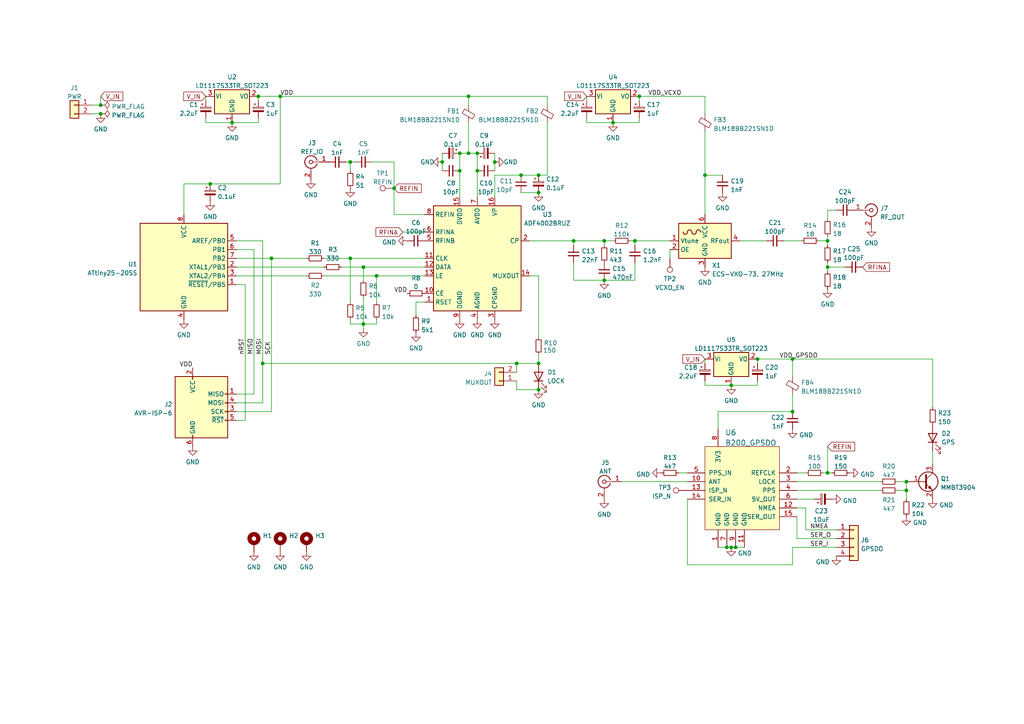
<source format=kicad_sch>
(kicad_sch (version 20211123) (generator eeschema)
  (paper "A4")
  (title_block (title "AD4002 27MHz PLL") (date "2022-04-08") (rev "1") (company "HB9EGM") (comment 1 "Compatible with USRP B200 GPSDO"))
  (lib_symbols
    (symbol "ADF4002_27MHz_PLL:B200_GPSDO" (pin_names (offset 1.016))
      (property "Reference" "U" (at 5.08 -10.16 0))
      (property "Value" "B200_GPSDO" (at 3.81 16.51 0))
      (symbol "B200_GPSDO_0_1"
        (rectangle (start -8.89 15.24) (end 12.7 -8.89) (fill (type background)))
      )
      (symbol "B200_GPSDO_1_1"
        (pin power_in line (at -5.08 -13.97 90) (length 5.08) (name "GND") (number "1"))
        (pin input line (at -13.97 5.08 0) (length 5.08) (name "ANT") (number "10"))
        (pin power_in line (at 2.54 -13.97 90) (length 5.08) (name "GND") (number "11"))
        (pin output line (at 17.78 -2.54 180) (length 5.08) (name "NMEA") (number "12"))
        (pin input line (at -13.97 2.54 0) (length 5.08) (name "ISP_N") (number "13"))
        (pin input line (at -13.97 0 0) (length 5.08) (name "SER_IN") (number "14"))
        (pin output line (at 17.78 -5.08 180) (length 5.08) (name "SER_OUT") (number "15"))
        (pin output line (at 17.78 7.62 180) (length 5.08) (name "REFCLK") (number "2"))
        (pin output line (at 17.78 5.08 180) (length 5.08) (name "LOCK") (number "3"))
        (pin output line (at 17.78 2.54 180) (length 5.08) (name "PPS") (number "4"))
        (pin input line (at -13.97 7.62 0) (length 5.08) (name "PPS_IN") (number "5"))
        (pin power_out line (at 17.78 0 180) (length 5.08) (name "5V_OUT") (number "6"))
        (pin power_in line (at -2.54 -13.97 90) (length 5.08) (name "GND") (number "7"))
        (pin power_in line (at -5.08 20.32 270) (length 5.08) (name "3V3") (number "8"))
        (pin power_in line (at 0 -13.97 90) (length 5.08) (name "GND") (number "9"))
      )
    )
    (symbol "ADF4002_27MHz_PLL:ECS-VXO-73"
      (property "Reference" "X" (at -7.62 6.35 0))
      (property "Value" "ECS-VXO-73" (at 2.54 6.35 0))
      (symbol "ECS-VXO-73_0_1"
        (rectangle (start -7.62 5.08) (end 7.62 -5.08) (stroke (width 0.254)) (fill (type background)))
        (arc (start -6.35 2.54) (mid -5.715 1.905) (end -5.08 2.54) (stroke (width 0.254)))
        (arc (start -3.81 2.54) (mid -4.445 3.175) (end -5.08 2.54) (stroke (width 0.254)))
        (arc (start -3.81 2.54) (mid -3.175 1.905) (end -2.54 2.54) (stroke (width 0.254)))
        (arc (start -1.27 2.54) (mid -1.905 3.175) (end -2.54 2.54) (stroke (width 0.254)))
      )
      (symbol "ECS-VXO-73_1_1"
        (pin input line (at -10.16 0 0) (length 2.54) (name "Vtune") (number "1"))
        (pin input line (at -10.16 -2.54 0) (length 2.54) (name "OE") (number "2"))
        (pin power_in line (at 0 -7.62 90) (length 2.54) (name "GND") (number "3"))
        (pin output line (at 10.16 0 180) (length 2.54) (name "RFout") (number "4"))
        (pin no_connect line (at 2.54 7.62 270) (length 2.54) hide (name "NC") (number "5"))
        (pin power_in line (at 0 7.62 270) (length 2.54) (name "VCC") (number "6"))
      )
    )
    (symbol "Connector:AVR-ISP-6" (pin_names (offset 1.016))
      (property "Reference" "J" (at -6.35 11.43 0))
      (property "Value" "AVR-ISP-6" (at 0 11.43 0))
      (symbol "AVR-ISP-6_0_1"
        (rectangle (start -2.667 -6.858) (end -2.413 -7.62))
        (rectangle (start -2.667 10.16) (end -2.413 9.398))
        (rectangle (start 7.62 -2.413) (end 6.858 -2.667))
        (rectangle (start 7.62 0.127) (end 6.858 -0.127))
        (rectangle (start 7.62 2.667) (end 6.858 2.413))
        (rectangle (start 7.62 5.207) (end 6.858 4.953))
        (rectangle (start 7.62 10.16) (end -7.62 -7.62) (stroke (width 0.254)) (fill (type background)))
      )
      (symbol "AVR-ISP-6_1_1"
        (pin passive line (at 10.16 5.08 180) (length 2.54) (name "MISO") (number "1"))
        (pin passive line (at -2.54 12.7 270) (length 2.54) (name "VCC") (number "2"))
        (pin passive line (at 10.16 0 180) (length 2.54) (name "SCK") (number "3"))
        (pin passive line (at 10.16 2.54 180) (length 2.54) (name "MOSI") (number "4"))
        (pin passive line (at 10.16 -2.54 180) (length 2.54) (name "~{RST}") (number "5"))
        (pin passive line (at -2.54 -10.16 90) (length 2.54) (name "GND") (number "6"))
      )
    )
    (symbol "Connector:Conn_Coaxial" (pin_names (offset 1.016) hide)
      (property "Reference" "J" (at 0.254 3.048 0))
      (property "Value" "Conn_Coaxial" (at 2.921 0 90))
      (symbol "Conn_Coaxial_0_1"
        (arc (start -1.778 -0.508) (mid 0.222 -1.808) (end 1.778 0) (stroke (width 0.254)))
        (polyline (pts (xy -2.54 0) (xy -0.508 0)))
        (polyline (pts (xy 0 -2.54) (xy 0 -1.778)))
        (circle (center 0 0) (radius 0.508) (stroke (width 0.2032)))
        (arc (start 1.778 0) (mid 0.222 1.8083) (end -1.778 0.508) (stroke (width 0.254)))
      )
      (symbol "Conn_Coaxial_1_1"
        (pin passive line (at -5.08 0 0) (length 2.54) (name "In") (number "1"))
        (pin passive line (at 0 -5.08 90) (length 2.54) (name "Ext") (number "2"))
      )
    )
    (symbol "Connector:TestPoint" (pin_numbers hide) (pin_names (offset 0.762) hide)
      (property "Reference" "TP" (at 0 6.858 0))
      (property "Value" "TestPoint" (at 0 5.08 0))
      (symbol "TestPoint_0_1"
        (circle (center 0 3.302) (radius 0.762))
      )
      (symbol "TestPoint_1_1"
        (pin passive line (at 0 0 90) (length 2.54) (name "1") (number "1"))
      )
    )
    (symbol "Connector_Generic:Conn_01x02" (pin_names (offset 1.016) hide)
      (property "Reference" "J" (at 0 2.54 0))
      (property "Value" "Conn_01x02" (at 0 -5.08 0))
      (symbol "Conn_01x02_1_1"
        (rectangle (start -1.27 -2.413) (end 0 -2.667) (stroke (width 0.1524)))
        (rectangle (start -1.27 0.127) (end 0 -0.127) (stroke (width 0.1524)))
        (rectangle (start -1.27 1.27) (end 1.27 -3.81) (stroke (width 0.254)) (fill (type background)))
        (pin passive line (at -5.08 0 0) (length 3.81) (name "Pin_1") (number "1"))
        (pin passive line (at -5.08 -2.54 0) (length 3.81) (name "Pin_2") (number "2"))
      )
    )
    (symbol "Connector_Generic:Conn_01x04" (pin_names (offset 1.016) hide)
      (property "Reference" "J" (at 0 5.08 0))
      (property "Value" "Conn_01x04" (at 0 -7.62 0))
      (symbol "Conn_01x04_1_1"
        (rectangle (start -1.27 -4.953) (end 0 -5.207) (stroke (width 0.1524)))
        (rectangle (start -1.27 -2.413) (end 0 -2.667) (stroke (width 0.1524)))
        (rectangle (start -1.27 0.127) (end 0 -0.127) (stroke (width 0.1524)))
        (rectangle (start -1.27 2.667) (end 0 2.413) (stroke (width 0.1524)))
        (rectangle (start -1.27 3.81) (end 1.27 -6.35) (stroke (width 0.254)) (fill (type background)))
        (pin passive line (at -5.08 2.54 0) (length 3.81) (name "Pin_1") (number "1"))
        (pin passive line (at -5.08 0 0) (length 3.81) (name "Pin_2") (number "2"))
        (pin passive line (at -5.08 -2.54 0) (length 3.81) (name "Pin_3") (number "3"))
        (pin passive line (at -5.08 -5.08 0) (length 3.81) (name "Pin_4") (number "4"))
      )
    )
    (symbol "Device:C_Polarized_Small" (pin_numbers hide) (pin_names (offset 0.254) hide)
      (property "Reference" "C" (at 0.254 1.778 0))
      (property "Value" "C_Polarized_Small" (at 0.254 -2.032 0))
      (symbol "C_Polarized_Small_0_1"
        (rectangle (start -1.524 -0.3048) (end 1.524 -0.6858) (fill (type outline)))
        (rectangle (start -1.524 0.6858) (end 1.524 0.3048))
        (polyline (pts (xy -1.27 1.524) (xy -0.762 1.524)))
        (polyline (pts (xy -1.016 1.27) (xy -1.016 1.778)))
      )
      (symbol "C_Polarized_Small_1_1"
        (pin passive line (at 0 2.54 270) (length 1.8542) (name "~") (number "1"))
        (pin passive line (at 0 -2.54 90) (length 1.8542) (name "~") (number "2"))
      )
    )
    (symbol "Device:C_Small" (pin_numbers hide) (pin_names (offset 0.254) hide)
      (property "Reference" "C" (at 0.254 1.778 0))
      (property "Value" "C_Small" (at 0.254 -2.032 0))
      (symbol "C_Small_0_1"
        (polyline (pts (xy -1.524 -0.508) (xy 1.524 -0.508)) (stroke (width 0.3302)))
        (polyline (pts (xy -1.524 0.508) (xy 1.524 0.508)) (stroke (width 0.3048)))
      )
      (symbol "C_Small_1_1"
        (pin passive line (at 0 2.54 270) (length 2.032) (name "~") (number "1"))
        (pin passive line (at 0 -2.54 90) (length 2.032) (name "~") (number "2"))
      )
    )
    (symbol "Device:FerriteBead_Small" (pin_numbers hide) (pin_names (offset 0))
      (property "Reference" "FB" (at 1.905 1.27 0))
      (property "Value" "FerriteBead_Small" (at 1.905 -1.27 0))
      (symbol "FerriteBead_Small_0_1"
        (polyline (pts (xy 0 -1.27) (xy 0 -0.7874)))
        (polyline (pts (xy 0 0.889) (xy 0 1.2954)))
        (polyline (pts (xy -1.8288 0.2794) (xy -1.1176 1.4986) (xy 1.8288 -0.2032) (xy 1.1176 -1.4224) (xy -1.8288 0.2794)))
      )
      (symbol "FerriteBead_Small_1_1"
        (pin passive line (at 0 2.54 270) (length 1.27) (name "~") (number "1"))
        (pin passive line (at 0 -2.54 90) (length 1.27) (name "~") (number "2"))
      )
    )
    (symbol "Device:LED" (pin_numbers hide) (pin_names (offset 1.016) hide)
      (property "Reference" "D" (at 0 2.54 0))
      (property "Value" "LED" (at 0 -2.54 0))
      (symbol "LED_0_1"
        (polyline (pts (xy -1.27 -1.27) (xy -1.27 1.27)) (stroke (width 0.254)))
        (polyline (pts (xy -1.27 0) (xy 1.27 0)))
        (polyline (pts (xy 1.27 -1.27) (xy 1.27 1.27) (xy -1.27 0) (xy 1.27 -1.27)) (stroke (width 0.254)))
        (polyline (pts (xy -3.048 -0.762) (xy -4.572 -2.286) (xy -3.81 -2.286) (xy -4.572 -2.286) (xy -4.572 -1.524)))
        (polyline (pts (xy -1.778 -0.762) (xy -3.302 -2.286) (xy -2.54 -2.286) (xy -3.302 -2.286) (xy -3.302 -1.524)))
      )
      (symbol "LED_1_1"
        (pin passive line (at -3.81 0 0) (length 2.54) (name "K") (number "1"))
        (pin passive line (at 3.81 0 180) (length 2.54) (name "A") (number "2"))
      )
    )
    (symbol "Device:R_Small" (pin_numbers hide) (pin_names (offset 0.254) hide)
      (property "Reference" "R" (at 0.762 0.508 0))
      (property "Value" "R_Small" (at 0.762 -1.016 0))
      (symbol "R_Small_0_1"
        (rectangle (start -0.762 1.778) (end 0.762 -1.778) (stroke (width 0.2032)))
      )
      (symbol "R_Small_1_1"
        (pin passive line (at 0 2.54 270) (length 0.762) (name "~") (number "1"))
        (pin passive line (at 0 -2.54 90) (length 0.762) (name "~") (number "2"))
      )
    )
    (symbol "MCU_Microchip_ATtiny:ATtiny25-20SS"
      (property "Reference" "U" (at -12.7 13.97 0))
      (property "Value" "ATtiny25-20SS" (at 2.54 -13.97 0))
      (symbol "ATtiny25-20SS_0_1"
        (rectangle (start -12.7 -12.7) (end 12.7 12.7) (stroke (width 0.254)) (fill (type background)))
      )
      (symbol "ATtiny25-20SS_1_1"
        (pin bidirectional line (at 15.24 -5.08 180) (length 2.54) (name "~{RESET}/PB5") (number "1"))
        (pin bidirectional line (at 15.24 0 180) (length 2.54) (name "XTAL1/PB3") (number "2"))
        (pin bidirectional line (at 15.24 -2.54 180) (length 2.54) (name "XTAL2/PB4") (number "3"))
        (pin power_in line (at 0 -15.24 90) (length 2.54) (name "GND") (number "4"))
        (pin bidirectional line (at 15.24 7.62 180) (length 2.54) (name "AREF/PB0") (number "5"))
        (pin bidirectional line (at 15.24 5.08 180) (length 2.54) (name "PB1") (number "6"))
        (pin bidirectional line (at 15.24 2.54 180) (length 2.54) (name "PB2") (number "7"))
        (pin power_in line (at 0 15.24 270) (length 2.54) (name "VCC") (number "8"))
      )
    )
    (symbol "Mechanical:MountingHole_Pad" (pin_numbers hide) (pin_names (offset 1.016) hide)
      (property "Reference" "H" (at 0 6.35 0))
      (property "Value" "MountingHole_Pad" (at 0 4.445 0))
      (symbol "MountingHole_Pad_0_1"
        (circle (center 0 1.27) (radius 1.27) (stroke (width 1.27)))
      )
      (symbol "MountingHole_Pad_1_1"
        (pin input line (at 0 -2.54 90) (length 2.54) (name "1") (number "1"))
      )
    )
    (symbol "Regulator_Linear:LD1117S33TR_SOT223" (pin_names (offset 0.254))
      (property "Reference" "U" (at -3.81 3.175 0))
      (property "Value" "LD1117S33TR_SOT223" (at 0 3.175 0))
      (symbol "LD1117S33TR_SOT223_0_1"
        (rectangle (start -5.08 -5.08) (end 5.08 1.905) (stroke (width 0.254)) (fill (type background)))
      )
      (symbol "LD1117S33TR_SOT223_1_1"
        (pin power_in line (at 0 -7.62 90) (length 2.54) (name "GND") (number "1"))
        (pin power_out line (at 7.62 0 180) (length 2.54) (name "VO") (number "2"))
        (pin power_in line (at -7.62 0 0) (length 2.54) (name "VI") (number "3"))
      )
    )
    (symbol "Timer_PLL:ADF4002BRUZ"
      (property "Reference" "U" (at 12.7 16.51 0))
      (property "Value" "ADF4002BRUZ" (at 0 0 0))
      (symbol "ADF4002BRUZ_0_1"
        (rectangle (start -12.7 15.24) (end 12.7 -15.24) (stroke (width 0.254)) (fill (type background)))
      )
      (symbol "ADF4002BRUZ_1_1"
        (pin input line (at -15.24 -12.7 0) (length 2.54) (name "RSET") (number "1"))
        (pin input line (at -15.24 -10.16 0) (length 2.54) (name "CE") (number "10"))
        (pin input line (at -15.24 0 0) (length 2.54) (name "CLK") (number "11"))
        (pin input line (at -15.24 -2.54 0) (length 2.54) (name "DATA") (number "12"))
        (pin input line (at -15.24 -5.08 0) (length 2.54) (name "LE") (number "13"))
        (pin output line (at 15.24 -5.08 180) (length 2.54) (name "MUXOUT") (number "14"))
        (pin power_in line (at -5.08 17.78 270) (length 2.54) (name "DVDD") (number "15"))
        (pin power_in line (at 5.08 17.78 270) (length 2.54) (name "VP") (number "16"))
        (pin output line (at 15.24 5.08 180) (length 2.54) (name "CP") (number "2"))
        (pin power_in line (at 5.08 -17.78 90) (length 2.54) (name "CPGND") (number "3"))
        (pin power_in line (at 0 -17.78 90) (length 2.54) (name "AGND") (number "4"))
        (pin input line (at -15.24 5.08 0) (length 2.54) (name "RFINB") (number "5"))
        (pin input line (at -15.24 7.62 0) (length 2.54) (name "RFINA") (number "6"))
        (pin power_in line (at 0 17.78 270) (length 2.54) (name "AVDD") (number "7"))
        (pin input line (at -15.24 12.7 0) (length 2.54) (name "REFIN") (number "8"))
        (pin power_in line (at -5.08 -17.78 90) (length 2.54) (name "DGND") (number "9"))
      )
    )
    (symbol "Transistor_BJT:MMBT3904" (pin_names (offset 0) hide)
      (property "Reference" "Q" (at 5.08 1.905 0))
      (property "Value" "MMBT3904" (at 5.08 0 0))
      (symbol "MMBT3904_0_1"
        (polyline (pts (xy 0.635 0.635) (xy 2.54 2.54)))
        (polyline (pts (xy 0.635 -0.635) (xy 2.54 -2.54) (xy 2.54 -2.54)))
        (polyline (pts (xy 0.635 1.905) (xy 0.635 -1.905) (xy 0.635 -1.905)) (stroke (width 0.508)))
        (polyline (pts (xy 1.27 -1.778) (xy 1.778 -1.27) (xy 2.286 -2.286) (xy 1.27 -1.778) (xy 1.27 -1.778)) (fill (type outline)))
        (circle (center 1.27 0) (radius 2.8194) (stroke (width 0.254)))
      )
      (symbol "MMBT3904_1_1"
        (pin input line (at -5.08 0 0) (length 5.715) (name "B") (number "1"))
        (pin passive line (at 2.54 -5.08 90) (length 2.54) (name "E") (number "2"))
        (pin passive line (at 2.54 5.08 270) (length 2.54) (name "C") (number "3"))
      )
    )
    (symbol "power:GND" (power) (pin_names (offset 0))
      (property "Value" "GND" (at 0 -3.81 0))
      (symbol "GND_0_1"
        (polyline (pts (xy 0 0) (xy 0 -1.27) (xy 1.27 -1.27) (xy 0 -2.54) (xy -1.27 -1.27) (xy 0 -1.27)))
      )
      (symbol "GND_1_1"
        (pin power_in line (at 0 0 270) (length 0) hide (name "GND") (number "1"))
      )
    )
    (symbol "power:PWR_FLAG" (power) (pin_numbers hide) (pin_names (offset 0) hide)
      (property "Value" "PWR_FLAG" (at 0 3.81 0))
      (symbol "PWR_FLAG_0_0"
        (pin power_out line (at 0 0 90) (length 0) (name "pwr") (number "1"))
      )
      (symbol "PWR_FLAG_0_1"
        (polyline (pts (xy 0 0) (xy 0 1.27) (xy -1.016 1.905) (xy 0 2.54) (xy 1.016 1.905) (xy 0 1.27)))
      )
    )
  )
  (junction (at 151.13 50.8))
  (junction (at 212.09 111.76))
  (junction (at 240.03 69.85))
  (junction (at 29.21 33.02))
  (junction (at 138.43 49.53))
  (junction (at 101.6 74.93))
  (junction (at 114.3 54.61))
  (junction (at 81.28 27.94))
  (junction (at 67.31 35.56))
  (junction (at 184.15 69.85))
  (junction (at 105.41 77.47))
  (junction (at 229.87 119.38))
  (junction (at 135.89 44.45))
  (junction (at 156.21 55.88))
  (junction (at 133.35 44.45))
  (junction (at 262.89 142.24))
  (junction (at 204.47 50.8))
  (junction (at 185.42 27.94))
  (junction (at 156.21 105.41))
  (junction (at 213.36 158.75))
  (junction (at 240.03 77.47))
  (junction (at 128.27 46.99))
  (junction (at 177.8 35.56))
  (junction (at 101.6 46.99))
  (junction (at 143.51 46.99))
  (junction (at 175.26 69.85))
  (junction (at 166.37 69.85))
  (junction (at 133.35 49.53))
  (junction (at 149.86 105.41))
  (junction (at 175.26 81.28))
  (junction (at 76.2 105.41))
  (junction (at 135.89 27.94))
  (junction (at 109.22 80.01))
  (junction (at 262.89 139.7))
  (junction (at 74.93 27.94))
  (junction (at 229.87 104.14))
  (junction (at 29.21 30.48))
  (junction (at 138.43 44.45))
  (junction (at 78.74 74.93))
  (junction (at 212.09 158.75))
  (junction (at 156.21 50.8))
  (junction (at 156.21 113.03))
  (junction (at 60.96 53.34))
  (junction (at 240.03 137.16))
  (junction (at 105.41 93.98))
  (junction (at 219.71 104.14))
  (junction (at 210.82 158.75))
  (wire (pts (xy 212.09 158.75) (xy 213.36 158.75)))
  (wire (pts (xy 194.31 74.93) (xy 194.31 72.39)))
  (wire (pts (xy 151.13 55.88) (xy 156.21 55.88)))
  (wire (pts (xy 240.03 129.54) (xy 240.03 137.16)))
  (wire (pts (xy 227.33 69.85) (xy 232.41 69.85)))
  (wire (pts (xy 166.37 81.28) (xy 175.26 81.28)))
  (wire (pts (xy 156.21 80.01) (xy 153.67 80.01)))
  (wire (pts (xy 166.37 69.85) (xy 175.26 69.85)))
  (wire (pts (xy 138.43 49.53) (xy 138.43 57.15)))
  (wire (pts (xy 74.93 35.56) (xy 74.93 34.29)))
  (wire (pts (xy 29.21 33.02) (xy 26.67 33.02)))
  (wire (pts (xy 114.3 62.23) (xy 114.3 54.61)))
  (wire (pts (xy 143.51 44.45) (xy 143.51 46.99)))
  (wire (pts (xy 204.47 33.02) (xy 204.47 27.94)))
  (wire (pts (xy 105.41 86.36) (xy 105.41 93.98)))
  (wire (pts (xy 184.15 71.12) (xy 184.15 69.85)))
  (wire (pts (xy 68.58 77.47) (xy 93.98 77.47)))
  (wire (pts (xy 170.18 27.94) (xy 170.18 29.21)))
  (wire (pts (xy 231.14 139.7) (xy 255.27 139.7)))
  (wire (pts (xy 204.47 111.76) (xy 212.09 111.76)))
  (wire (pts (xy 233.68 153.67) (xy 233.68 147.32)))
  (wire (pts (xy 210.82 158.75) (xy 212.09 158.75)))
  (wire (pts (xy 73.66 72.39) (xy 73.66 114.3)))
  (wire (pts (xy 68.58 121.92) (xy 71.12 121.92)))
  (wire (pts (xy 135.89 44.45) (xy 138.43 44.45)))
  (wire (pts (xy 170.18 34.29) (xy 170.18 35.56)))
  (wire (pts (xy 143.51 46.99) (xy 143.51 49.53)))
  (wire (pts (xy 101.6 46.99) (xy 102.87 46.99)))
  (wire (pts (xy 59.69 27.94) (xy 59.69 29.21)))
  (wire (pts (xy 135.89 27.94) (xy 158.75 27.94)))
  (wire (pts (xy 185.42 27.94) (xy 204.47 27.94)))
  (wire (pts (xy 214.63 69.85) (xy 222.25 69.85)))
  (wire (pts (xy 233.68 147.32) (xy 231.14 147.32)))
  (wire (pts (xy 213.36 158.75) (xy 215.9 158.75)))
  (wire (pts (xy 135.89 44.45) (xy 133.35 44.45)))
  (wire (pts (xy 60.96 53.34) (xy 53.34 53.34)))
  (wire (pts (xy 229.87 109.22) (xy 229.87 104.14)))
  (wire (pts (xy 78.74 74.93) (xy 78.74 119.38)))
  (wire (pts (xy 59.69 35.56) (xy 67.31 35.56)))
  (wire (pts (xy 76.2 105.41) (xy 76.2 116.84)))
  (wire (pts (xy 138.43 44.45) (xy 138.43 49.53)))
  (wire (pts (xy 170.18 35.56) (xy 177.8 35.56)))
  (wire (pts (xy 114.3 54.61) (xy 114.3 46.99)))
  (wire (pts (xy 238.76 137.16) (xy 240.03 137.16)))
  (wire (pts (xy 149.86 113.03) (xy 156.21 113.03)))
  (wire (pts (xy 143.51 50.8) (xy 151.13 50.8)))
  (wire (pts (xy 240.03 77.47) (xy 245.11 77.47)))
  (wire (pts (xy 109.22 80.01) (xy 123.19 80.01)))
  (wire (pts (xy 240.03 69.85) (xy 240.03 68.58)))
  (wire (pts (xy 231.14 142.24) (xy 255.27 142.24)))
  (wire (pts (xy 73.66 114.3) (xy 68.58 114.3)))
  (wire (pts (xy 53.34 53.34) (xy 53.34 62.23)))
  (wire (pts (xy 156.21 97.79) (xy 156.21 80.01)))
  (wire (pts (xy 184.15 69.85) (xy 194.31 69.85)))
  (wire (pts (xy 185.42 35.56) (xy 185.42 34.29)))
  (wire (pts (xy 135.89 27.94) (xy 135.89 30.48)))
  (wire (pts (xy 120.65 87.63) (xy 123.19 87.63)))
  (wire (pts (xy 78.74 119.38) (xy 68.58 119.38)))
  (wire (pts (xy 240.03 69.85) (xy 240.03 71.12)))
  (wire (pts (xy 175.26 69.85) (xy 175.26 71.12)))
  (wire (pts (xy 101.6 93.98) (xy 105.41 93.98)))
  (wire (pts (xy 100.33 46.99) (xy 101.6 46.99)))
  (wire (pts (xy 68.58 80.01) (xy 88.9 80.01)))
  (wire (pts (xy 99.06 77.47) (xy 105.41 77.47)))
  (wire (pts (xy 242.57 156.21) (xy 231.14 156.21)))
  (wire (pts (xy 219.71 104.14) (xy 229.87 104.14)))
  (wire (pts (xy 105.41 93.98) (xy 105.41 95.25)))
  (wire (pts (xy 208.28 158.75) (xy 210.82 158.75)))
  (wire (pts (xy 26.67 30.48) (xy 29.21 30.48)))
  (wire (pts (xy 270.51 130.81) (xy 270.51 134.62)))
  (wire (pts (xy 76.2 116.84) (xy 68.58 116.84)))
  (wire (pts (xy 175.26 69.85) (xy 177.8 69.85)))
  (wire (pts (xy 184.15 69.85) (xy 182.88 69.85)))
  (wire (pts (xy 120.65 91.44) (xy 120.65 87.63)))
  (wire (pts (xy 109.22 92.71) (xy 109.22 93.98)))
  (wire (pts (xy 196.85 137.16) (xy 199.39 137.16)))
  (wire (pts (xy 68.58 69.85) (xy 76.2 69.85)))
  (wire (pts (xy 240.03 60.96) (xy 240.03 63.5)))
  (wire (pts (xy 107.95 46.99) (xy 114.3 46.99)))
  (wire (pts (xy 208.28 119.38) (xy 229.87 119.38)))
  (wire (pts (xy 67.31 35.56) (xy 74.93 35.56)))
  (wire (pts (xy 133.35 49.53) (xy 133.35 57.15)))
  (wire (pts (xy 105.41 77.47) (xy 105.41 81.28)))
  (wire (pts (xy 76.2 105.41) (xy 149.86 105.41)))
  (wire (pts (xy 101.6 74.93) (xy 101.6 87.63)))
  (wire (pts (xy 231.14 144.78) (xy 236.22 144.78)))
  (wire (pts (xy 149.86 107.95) (xy 149.86 105.41)))
  (wire (pts (xy 101.6 46.99) (xy 101.6 49.53)))
  (wire (pts (xy 262.89 142.24) (xy 262.89 139.7)))
  (wire (pts (xy 81.28 27.94) (xy 135.89 27.94)))
  (wire (pts (xy 204.47 104.14) (xy 204.47 105.41)))
  (wire (pts (xy 74.93 27.94) (xy 81.28 27.94)))
  (wire (pts (xy 229.87 104.14) (xy 270.51 104.14)))
  (wire (pts (xy 229.87 158.75) (xy 229.87 163.83)))
  (wire (pts (xy 29.21 27.94) (xy 29.21 30.48)))
  (wire (pts (xy 260.35 142.24) (xy 262.89 142.24)))
  (wire (pts (xy 133.35 44.45) (xy 133.35 49.53)))
  (wire (pts (xy 229.87 163.83) (xy 199.39 163.83)))
  (wire (pts (xy 240.03 77.47) (xy 240.03 78.74)))
  (wire (pts (xy 149.86 110.49) (xy 149.86 113.03)))
  (wire (pts (xy 116.84 67.31) (xy 123.19 67.31)))
  (wire (pts (xy 260.35 139.7) (xy 262.89 139.7)))
  (wire (pts (xy 204.47 110.49) (xy 204.47 111.76)))
  (wire (pts (xy 184.15 81.28) (xy 175.26 81.28)))
  (wire (pts (xy 93.98 80.01) (xy 109.22 80.01)))
  (wire (pts (xy 143.51 57.15) (xy 143.51 50.8)))
  (wire (pts (xy 101.6 93.98) (xy 101.6 92.71)))
  (wire (pts (xy 71.12 121.92) (xy 71.12 82.55)))
  (wire (pts (xy 242.57 153.67) (xy 233.68 153.67)))
  (wire (pts (xy 180.34 139.7) (xy 199.39 139.7)))
  (wire (pts (xy 109.22 93.98) (xy 105.41 93.98)))
  (wire (pts (xy 166.37 76.2) (xy 166.37 81.28)))
  (wire (pts (xy 128.27 46.99) (xy 128.27 49.53)))
  (wire (pts (xy 156.21 102.87) (xy 156.21 105.41)))
  (wire (pts (xy 219.71 105.41) (xy 219.71 104.14)))
  (wire (pts (xy 153.67 69.85) (xy 166.37 69.85)))
  (wire (pts (xy 242.57 158.75) (xy 229.87 158.75)))
  (wire (pts (xy 158.75 30.48) (xy 158.75 27.94)))
  (wire (pts (xy 101.6 74.93) (xy 123.19 74.93)))
  (wire (pts (xy 204.47 38.1) (xy 204.47 50.8)))
  (wire (pts (xy 212.09 111.76) (xy 219.71 111.76)))
  (wire (pts (xy 135.89 35.56) (xy 135.89 44.45)))
  (wire (pts (xy 240.03 76.2) (xy 240.03 77.47)))
  (wire (pts (xy 177.8 35.56) (xy 185.42 35.56)))
  (wire (pts (xy 76.2 69.85) (xy 76.2 105.41)))
  (wire (pts (xy 105.41 77.47) (xy 123.19 77.47)))
  (wire (pts (xy 231.14 137.16) (xy 233.68 137.16)))
  (wire (pts (xy 219.71 111.76) (xy 219.71 110.49)))
  (wire (pts (xy 158.75 35.56) (xy 158.75 50.8)))
  (wire (pts (xy 237.49 69.85) (xy 240.03 69.85)))
  (wire (pts (xy 123.19 62.23) (xy 114.3 62.23)))
  (wire (pts (xy 231.14 156.21) (xy 231.14 149.86)))
  (wire (pts (xy 128.27 44.45) (xy 128.27 46.99)))
  (wire (pts (xy 93.98 74.93) (xy 101.6 74.93)))
  (wire (pts (xy 240.03 137.16) (xy 241.3 137.16)))
  (wire (pts (xy 149.86 105.41) (xy 156.21 105.41)))
  (wire (pts (xy 242.57 60.96) (xy 240.03 60.96)))
  (wire (pts (xy 229.87 119.38) (xy 229.87 114.3)))
  (wire (pts (xy 68.58 74.93) (xy 78.74 74.93)))
  (wire (pts (xy 270.51 118.11) (xy 270.51 104.14)))
  (wire (pts (xy 204.47 50.8) (xy 209.55 50.8)))
  (wire (pts (xy 208.28 119.38) (xy 208.28 124.46)))
  (wire (pts (xy 204.47 50.8) (xy 204.47 62.23)))
  (wire (pts (xy 81.28 53.34) (xy 81.28 27.94)))
  (wire (pts (xy 78.74 74.93) (xy 88.9 74.93)))
  (wire (pts (xy 59.69 34.29) (xy 59.69 35.56)))
  (wire (pts (xy 199.39 163.83) (xy 199.39 144.78)))
  (wire (pts (xy 71.12 82.55) (xy 68.58 82.55)))
  (wire (pts (xy 185.42 29.21) (xy 185.42 27.94)))
  (wire (pts (xy 262.89 142.24) (xy 262.89 144.78)))
  (wire (pts (xy 74.93 29.21) (xy 74.93 27.94)))
  (wire (pts (xy 166.37 69.85) (xy 166.37 71.12)))
  (wire (pts (xy 151.13 50.8) (xy 156.21 50.8)))
  (wire (pts (xy 60.96 53.34) (xy 81.28 53.34)))
  (wire (pts (xy 109.22 80.01) (xy 109.22 87.63)))
  (wire (pts (xy 156.21 50.8) (xy 158.75 50.8)))
  (wire (pts (xy 184.15 76.2) (xy 184.15 81.28)))
  (wire (pts (xy 68.58 72.39) (xy 73.66 72.39)))
  (label "MISO" (at 73.66 102.87 90))
  (label "VDD_VCXO" (at 187.96 27.94 0))
  (label "SER_O" (at 234.95 156.21 0))
  (label "nRST" (at 71.12 102.87 90))
  (label "NMEA" (at 234.95 153.67 0))
  (label "SCK" (at 78.74 102.87 90))
  (label "VDD" (at 55.88 106.68 180))
  (label "SER_I" (at 234.95 158.75 0))
  (label "MOSI" (at 76.2 102.87 90))
  (label "VDD" (at 81.28 27.94 0))
  (label "VDD_GPSDO" (at 226.06 104.14 0))
  (label "VDD" (at 118.11 85.09 180))
  (global_label "V_IN" (shape input) (at 204.47 104.14 180) (property "Intersheet References" "${INTERSHEET_REFS}" (effects hide)))
  (global_label "REFIN" (shape input) (at 240.03 129.54 0) (property "Intersheet References" "${INTERSHEET_REFS}" (effects hide)))
  (global_label "V_IN" (shape input) (at 170.18 27.94 180) (property "Intersheet References" "${INTERSHEET_REFS}" (effects hide)))
  (global_label "REFIN" (shape input) (at 114.3 54.61 0) (property "Intersheet References" "${INTERSHEET_REFS}" (effects hide)))
  (global_label "RFINA" (shape input) (at 116.84 67.31 180) (property "Intersheet References" "${INTERSHEET_REFS}" (effects hide)))
  (global_label "V_IN" (shape input) (at 59.69 27.94 180) (property "Intersheet References" "${INTERSHEET_REFS}" (effects hide)))
  (global_label "RFINA" (shape input) (at 250.19 77.47 0) (property "Intersheet References" "${INTERSHEET_REFS}" (effects hide)))
  (global_label "V_IN" (shape input) (at 29.21 27.94 0) (property "Intersheet References" "${INTERSHEET_REFS}" (effects hide)))
  (symbol (lib_id "Mechanical:MountingHole_Pad") (at 81.28 157.48 0) (unit 1)
    (property "Reference" "H2" (at 83.82 155.3753 0) (effects (justify left)))
    (property "Value" "MountingHole_Pad" (effects hide))
    (property "Footprint" "MountingHole:MountingHole_3.2mm_M3_ISO7380_Pad" (effects hide))
  )
  (symbol (lib_id "Device:R_Small") (at 236.22 137.16 270) (unit 1)
    (property "Reference" "R15" (at 236.22 132.7236 90))
    (property "Value" "100" (at 236.22 135.2605 90))
    (property "Footprint" "Resistor_SMD:R_0603_1608Metric_Pad0.98x0.95mm_HandSolder" (effects hide))
  )
  (symbol (lib_id "power:GND") (at 156.21 113.03 0) (unit 1)
    (property "Reference" "#PWR015" (effects hide))
    (property "Value" "GND" (at 156.21 117.4734 0))
  )
  (symbol (lib_id "power:GND") (at 242.57 161.29 0) (unit 1)
    (property "Reference" "#PWR027" (effects hide))
    (property "Value" "GND" (at 240.6651 162.9938 0) (effects (justify right)))
  )
  (symbol (lib_id "Device:R_Small") (at 175.26 73.66 180) (unit 1)
    (property "Reference" "R11" (at 176.7586 72.8253 0) (effects (justify right)))
    (property "Value" "4k3" (at 176.7586 75.3622 0) (effects (justify right)))
    (property "Footprint" "Resistor_SMD:R_0603_1608Metric_Pad0.98x0.95mm_HandSolder" (effects hide))
  )
  (symbol (lib_id "Device:C_Polarized_Small") (at 204.47 107.95 0) (unit 1)
    (property "Reference" "C18" (at 202.311 106.5692 0) (effects (justify right)))
    (property "Value" "2.2uF" (at 202.311 109.1061 0) (effects (justify right)))
    (property "Footprint" "Capacitor_SMD:C_0805_2012Metric_Pad1.18x1.45mm_HandSolder" (effects hide))
  )
  (symbol (lib_id "Device:C_Small") (at 229.87 121.92 0) (unit 1)
    (property "Reference" "C22" (at 227.546 121.0916 0) (effects (justify right)))
    (property "Value" "1nF" (at 227.546 123.6285 0) (effects (justify right)))
    (property "Footprint" "Capacitor_SMD:C_0805_2012Metric_Pad1.18x1.45mm_HandSolder" (effects hide))
  )
  (symbol (lib_id "Device:C_Polarized_Small") (at 74.93 31.75 0) (unit 1)
    (property "Reference" "C3" (at 77.089 30.3692 0) (effects (justify left)))
    (property "Value" "1uF" (at 77.089 32.9061 0) (effects (justify left)))
    (property "Footprint" "Capacitor_SMD:C_0805_2012Metric_Pad1.18x1.45mm_HandSolder" (effects hide))
  )
  (symbol (lib_id "Device:R_Small") (at 243.84 137.16 270) (unit 1)
    (property "Reference" "R19" (at 243.84 132.7236 90))
    (property "Value" "150" (at 243.84 135.2605 90))
    (property "Footprint" "Resistor_SMD:R_0603_1608Metric_Pad0.98x0.95mm_HandSolder" (effects hide))
  )
  (symbol (lib_id "Connector_Generic:Conn_01x02") (at 21.59 30.48 0) (mirror y) (unit 1)
    (property "Reference" "J1" (at 21.59 25.5102 0))
    (property "Value" "PWR" (at 21.59 28.0471 0))
    (property "Footprint" "Connector_PinHeader_2.54mm:PinHeader_1x02_P2.54mm_Vertical" (effects hide))
  )
  (symbol (lib_id "Device:R_Small") (at 194.31 137.16 270) (unit 1)
    (property "Reference" "R13" (at 194.31 132.7236 90))
    (property "Value" "4k7" (at 194.31 135.2605 90))
    (property "Footprint" "Resistor_SMD:R_0603_1608Metric_Pad0.98x0.95mm_HandSolder" (effects hide))
  )
  (symbol (lib_id "power:GND") (at 175.26 144.78 0) (unit 1)
    (property "Reference" "#PWR017" (effects hide))
    (property "Value" "GND" (at 175.26 149.2234 0))
  )
  (symbol (lib_id "Timer_PLL:ADF4002BRUZ") (at 138.43 74.93 0) (unit 1)
    (property "Reference" "U3" (at 158.75 62.23 0))
    (property "Value" "ADF4002BRUZ" (at 158.75 64.7669 0))
    (property "Footprint" "Package_SO:TSSOP-16_4.4x5mm_P0.65mm" (effects hide))
    (property "Datasheet" "https://www.analog.com/media/en/technical-documentation/data-sheets/ADF4002.pdf" (effects hide))
  )
  (symbol (lib_id "Device:R_Small") (at 105.41 83.82 180) (unit 1)
    (property "Reference" "R6" (at 106.9086 82.9853 0) (effects (justify right)))
    (property "Value" "10k" (at 106.9086 85.5222 0) (effects (justify right)))
    (property "Footprint" "Resistor_SMD:R_0603_1608Metric_Pad0.98x0.95mm_HandSolder" (effects hide))
  )
  (symbol (lib_id "Connector:Conn_Coaxial") (at 252.73 60.96 0) (unit 1)
    (property "Reference" "J7" (at 255.27 60.4185 0) (effects (justify left)))
    (property "Value" "RF_OUT" (at 255.27 62.9554 0) (effects (justify left)))
    (property "Footprint" "Connector_Coaxial:SMA_Molex_73251-2120_EdgeMount_Horizontal" (effects hide))
    (property "Datasheet" " ~" (effects hide))
  )
  (symbol (lib_id "Device:C_Small") (at 140.97 49.53 270) (unit 1)
    (property "Reference" "C10" (at 140.9636 53.1225 90))
    (property "Value" "10pF" (at 140.9636 55.6594 90))
    (property "Footprint" "Capacitor_SMD:C_0805_2012Metric_Pad1.18x1.45mm_HandSolder" (effects hide))
  )
  (symbol (lib_id "Device:C_Polarized_Small") (at 140.97 44.45 90) (unit 1)
    (property "Reference" "C9" (at 140.4239 39.3532 90))
    (property "Value" "0.1uF" (at 140.4239 41.8901 90))
    (property "Footprint" "Capacitor_SMD:C_0805_2012Metric_Pad1.18x1.45mm_HandSolder" (effects hide))
  )
  (symbol (lib_id "power:GND") (at 53.34 92.71 0) (unit 1)
    (property "Reference" "#PWR02" (effects hide))
    (property "Value" "GND" (at 53.34 97.1534 0))
  )
  (symbol (lib_id "Device:C_Small") (at 224.79 69.85 90) (unit 1)
    (property "Reference" "C21" (at 224.7963 64.5881 90))
    (property "Value" "100pF" (at 224.7963 67.125 90))
    (property "Footprint" "Capacitor_SMD:C_0805_2012Metric_Pad1.18x1.45mm_HandSolder" (effects hide))
  )
  (symbol (lib_id "Device:C_Polarized_Small") (at 60.96 55.88 0) (unit 1)
    (property "Reference" "C2" (at 63.119 54.4992 0) (effects (justify left)))
    (property "Value" "0.1uF" (at 63.119 57.0361 0) (effects (justify left)))
    (property "Footprint" "Capacitor_SMD:C_0805_2012Metric_Pad1.18x1.45mm_HandSolder" (effects hide))
  )
  (symbol (lib_id "Device:FerriteBead_Small") (at 135.89 33.02 180) (unit 1)
    (property "Reference" "FB1" (at 133.4263 32.2234 0) (effects (justify left)))
    (property "Value" "BLM18BB221SN1D" (at 133.4263 34.7603 0) (effects (justify left)))
    (property "Footprint" "Resistor_SMD:R_0603_1608Metric_Pad0.98x0.95mm_HandSolder" (effects hide))
  )
  (symbol (lib_id "Device:R_Small") (at 120.65 85.09 270) (unit 1)
    (property "Reference" "R8" (at 120.65 80.6536 90))
    (property "Value" "0" (at 120.65 83.1905 90))
    (property "Footprint" "Resistor_SMD:R_0603_1608Metric_Pad0.98x0.95mm_HandSolder" (effects hide))
  )
  (symbol (lib_id "Device:R_Small") (at 91.44 74.93 90) (unit 1)
    (property "Reference" "R1" (at 91.44 70.4936 90))
    (property "Value" "330" (at 91.44 73.0305 90))
    (property "Footprint" "Resistor_SMD:R_0603_1608Metric_Pad0.98x0.95mm_HandSolder" (effects hide))
  )
  (symbol (lib_id "power:GND") (at 105.41 95.25 0) (unit 1)
    (property "Reference" "#PWR08" (effects hide))
    (property "Value" "GND" (at 105.41 99.6934 0))
  )
  (symbol (lib_id "power:GND") (at 138.43 92.71 0) (unit 1)
    (property "Reference" "#PWR012" (effects hide))
    (property "Value" "GND" (at 138.43 97.1534 0))
  )
  (symbol (lib_id "power:GND") (at 73.66 160.02 0) (unit 1)
    (property "Reference" "#PWR032" (effects hide))
    (property "Value" "GND" (at 73.66 164.4634 0))
  )
  (symbol (lib_id "power:GND") (at 143.51 46.99 90) (unit 1)
    (property "Reference" "#PWR0101" (effects hide))
    (property "Value" "GND" (at 146.05 46.99 90) (effects (justify right)))
  )
  (symbol (lib_id "Device:LED") (at 156.21 109.22 90) (unit 1)
    (property "Reference" "D1" (at 158.75 107.95 90) (effects (justify right)))
    (property "Value" "LOCK" (at 158.75 110.4869 90) (effects (justify right)))
    (property "Footprint" "LED_SMD:LED_1206_3216Metric_Pad1.42x1.75mm_HandSolder" (effects hide))
  )
  (symbol (lib_id "Device:R_Small") (at 156.21 100.33 0) (unit 1)
    (property "Reference" "R10" (at 157.7086 99.4953 0) (effects (justify left)))
    (property "Value" "150" (at 157.48 101.6 0) (effects (justify left)))
    (property "Footprint" "Resistor_SMD:R_0603_1608Metric_Pad0.98x0.95mm_HandSolder" (effects hide))
  )
  (symbol (lib_id "power:GND") (at 177.8 35.56 0) (unit 1)
    (property "Reference" "#PWR018" (effects hide))
    (property "Value" "GND" (at 177.8 40.0034 0))
  )
  (symbol (lib_id "Mechanical:MountingHole_Pad") (at 88.9 157.48 0) (unit 1)
    (property "Reference" "H3" (at 91.44 155.3753 0) (effects (justify left)))
    (property "Value" "MountingHole_Pad" (effects hide))
    (property "Footprint" "MountingHole:MountingHole_3.2mm_M3_ISO7380_Pad" (effects hide))
  )
  (symbol (lib_id "Device:R_Small") (at 120.65 93.98 180) (unit 1)
    (property "Reference" "R9" (at 122.1486 93.1453 0) (effects (justify right)))
    (property "Value" "5k1" (at 122.1486 95.6822 0) (effects (justify right)))
    (property "Footprint" "Resistor_SMD:R_0603_1608Metric_Pad0.98x0.95mm_HandSolder" (effects hide))
  )
  (symbol (lib_id "power:GND") (at 270.51 144.78 0) (unit 1)
    (property "Reference" "#PWR031" (effects hide))
    (property "Value" "GND" (at 272.415 146.4838 0) (effects (justify left)))
  )
  (symbol (lib_id "power:GND") (at 246.38 137.16 90) (unit 1)
    (property "Reference" "#PWR028" (effects hide))
    (property "Value" "GND" (at 249.555 137.5938 90) (effects (justify right)))
  )
  (symbol (lib_id "Connector:TestPoint") (at 194.31 74.93 180) (unit 1)
    (property "Reference" "TP2" (at 194.31 80.8974 0))
    (property "Value" "VCXO_EN" (at 194.31 83.4343 0))
    (property "Footprint" "TestPoint:TestPoint_Pad_D2.5mm" (effects hide))
  )
  (symbol (lib_id "Connector_Generic:Conn_01x04") (at 247.65 156.21 0) (unit 1)
    (property "Reference" "J6" (at 249.682 156.6453 0) (effects (justify left)))
    (property "Value" "GPSDO" (at 249.682 159.1822 0) (effects (justify left)))
    (property "Footprint" "Connector_PinHeader_2.54mm:PinHeader_1x04_P2.54mm_Vertical" (effects hide))
  )
  (symbol (lib_id "Device:FerriteBead_Small") (at 229.87 111.76 180) (unit 1)
    (property "Reference" "FB4" (at 232.3338 110.9634 0) (effects (justify right)))
    (property "Value" "BLM18BB221SN1D" (at 232.3338 113.5003 0) (effects (justify right)))
    (property "Footprint" "Resistor_SMD:R_0603_1608Metric_Pad0.98x0.95mm_HandSolder" (effects hide))
  )
  (symbol (lib_id "power:GND") (at 118.11 69.85 270) (unit 1)
    (property "Reference" "#PWR09" (effects hide))
    (property "Value" "GND" (at 114.9351 70.2838 90) (effects (justify right)))
  )
  (symbol (lib_id "power:GND") (at 175.26 81.28 0) (unit 1)
    (property "Reference" "#PWR016" (effects hide))
    (property "Value" "GND" (at 175.26 85.7234 0))
  )
  (symbol (lib_id "Device:R_Small") (at 96.52 77.47 90) (unit 1)
    (property "Reference" "R3" (at 96.52 72.39 90))
    (property "Value" "330" (at 96.52 74.93 90))
    (property "Footprint" "Resistor_SMD:R_0603_1608Metric_Pad0.98x0.95mm_HandSolder" (effects hide))
  )
  (symbol (lib_id "power:GND") (at 120.65 96.52 0) (unit 1)
    (property "Reference" "#PWR010" (effects hide))
    (property "Value" "GND" (at 120.65 100.9634 0))
  )
  (symbol (lib_id "power:GND") (at 60.96 58.42 0) (unit 1)
    (property "Reference" "#PWR04" (effects hide))
    (property "Value" "GND" (at 60.96 62.8634 0))
  )
  (symbol (lib_id "Connector:TestPoint") (at 114.3 54.61 90) (unit 1)
    (property "Reference" "TP1" (at 110.998 50.2752 90))
    (property "Value" "REFIN" (at 110.998 52.8121 90))
    (property "Footprint" "TestPoint:TestPoint_Pad_D2.5mm" (effects hide))
  )
  (symbol (lib_id "Device:R_Small") (at 101.6 90.17 180) (unit 1)
    (property "Reference" "R5" (at 103.0986 89.3353 0) (effects (justify right)))
    (property "Value" "10k" (at 103.0986 91.8722 0) (effects (justify right)))
    (property "Footprint" "Resistor_SMD:R_0603_1608Metric_Pad0.98x0.95mm_HandSolder" (effects hide))
  )
  (symbol (lib_id "Device:R_Small") (at 101.6 52.07 180) (unit 1)
    (property "Reference" "R4" (at 103.0986 51.2353 0) (effects (justify right)))
    (property "Value" "51" (at 103.0986 53.7722 0) (effects (justify right)))
    (property "Footprint" "Resistor_SMD:R_0603_1608Metric_Pad0.98x0.95mm_HandSolder" (effects hide))
  )
  (symbol (lib_id "Device:C_Small") (at 151.13 53.34 0) (unit 1)
    (property "Reference" "C11" (at 148.806 52.5116 0) (effects (justify right)))
    (property "Value" "10pF" (at 148.806 55.0485 0) (effects (justify right)))
    (property "Footprint" "Capacitor_SMD:C_0805_2012Metric_Pad1.18x1.45mm_HandSolder" (effects hide))
  )
  (symbol (lib_id "Device:LED") (at 270.51 127 90) (unit 1)
    (property "Reference" "D2" (at 273.05 125.73 90) (effects (justify right)))
    (property "Value" "GPS" (at 273.05 128.2669 90) (effects (justify right)))
    (property "Footprint" "LED_SMD:LED_1206_3216Metric_Pad1.42x1.75mm_HandSolder" (effects hide))
  )
  (symbol (lib_id "Device:C_Small") (at 209.55 53.34 0) (unit 1)
    (property "Reference" "C19" (at 211.8741 52.5116 0) (effects (justify left)))
    (property "Value" "1nF" (at 211.8741 55.0485 0) (effects (justify left)))
    (property "Footprint" "Capacitor_SMD:C_0805_2012Metric_Pad1.18x1.45mm_HandSolder" (effects hide))
  )
  (symbol (lib_id "ADF4002_27MHz_PLL:B200_GPSDO") (at 213.36 144.78 0) (unit 1)
    (property "Reference" "U6" (at 210.2994 125.4559 0) (effects (font (size 1.524 1.524)) (justify left)))
    (property "Value" "B200_GPSDO" (at 210.2994 128.4493 0) (effects (font (size 1.524 1.524)) (justify left)))
    (property "Footprint" "ADF4002_27MHz_PLL:GPSDO_B200" (effects hide))
  )
  (symbol (lib_id "Device:C_Small") (at 175.26 78.74 0) (unit 1)
    (property "Reference" "C15" (at 177.5841 77.9116 0) (effects (justify left)))
    (property "Value" "470nF" (at 177.5841 80.4485 0) (effects (justify left)))
    (property "Footprint" "Capacitor_SMD:C_0805_2012Metric_Pad1.18x1.45mm_HandSolder" (effects hide))
  )
  (symbol (lib_id "Device:R_Small") (at 270.51 120.65 0) (unit 1)
    (property "Reference" "R23" (at 272.0086 119.8153 0) (effects (justify left)))
    (property "Value" "150" (at 272.0086 122.3522 0) (effects (justify left)))
    (property "Footprint" "Resistor_SMD:R_0603_1608Metric_Pad0.98x0.95mm_HandSolder" (effects hide))
  )
  (symbol (lib_id "power:GND") (at 143.51 92.71 0) (unit 1)
    (property "Reference" "#PWR013" (effects hide))
    (property "Value" "GND" (at 143.51 97.1534 0))
  )
  (symbol (lib_id "power:GND") (at 212.09 158.75 0) (unit 1)
    (property "Reference" "#PWR023" (effects hide))
    (property "Value" "GND" (at 213.995 160.4538 0) (effects (justify left)))
  )
  (symbol (lib_id "Connector:AVR-ISP-6") (at 58.42 119.38 0) (unit 1)
    (property "Reference" "J2" (at 50.0381 117.2753 0) (effects (justify right)))
    (property "Value" "AVR-ISP-6" (at 50.0381 119.8122 0) (effects (justify right)))
    (property "Footprint" "Connector_IDC:IDC-Header_2x03_P2.54mm_Vertical" (effects hide))
    (property "Datasheet" " ~" (effects hide))
  )
  (symbol (lib_id "power:GND") (at 252.73 66.04 0) (unit 1)
    (property "Reference" "#PWR029" (effects hide))
    (property "Value" "GND" (at 252.73 70.4834 0))
  )
  (symbol (lib_id "Device:R_Small") (at 234.95 69.85 270) (unit 1)
    (property "Reference" "R14" (at 234.95 65.4136 90))
    (property "Value" "18" (at 234.95 67.9505 90))
    (property "Footprint" "Resistor_SMD:R_0603_1608Metric_Pad0.98x0.95mm_HandSolder" (effects hide))
  )
  (symbol (lib_id "Device:R_Small") (at 257.81 142.24 270) (unit 1)
    (property "Reference" "R21" (at 257.81 145.007 90))
    (property "Value" "4k7" (at 257.81 147.5439 90))
    (property "Footprint" "Resistor_SMD:R_0603_1608Metric_Pad0.98x0.95mm_HandSolder" (effects hide))
  )
  (symbol (lib_id "Device:C_Small") (at 97.79 46.99 90) (unit 1)
    (property "Reference" "C4" (at 97.7963 41.7281 90))
    (property "Value" "1nF" (at 97.7963 44.265 90))
    (property "Footprint" "Capacitor_SMD:C_0805_2012Metric_Pad1.18x1.45mm_HandSolder" (effects hide))
  )
  (symbol (lib_id "power:GND") (at 229.87 124.46 0) (unit 1)
    (property "Reference" "#PWR024" (effects hide))
    (property "Value" "GND" (at 231.775 126.1638 0) (effects (justify left)))
  )
  (symbol (lib_id "power:PWR_FLAG") (at 29.21 30.48 270) (unit 1)
    (property "Reference" "#FLG01" (effects hide))
    (property "Value" "PWR_FLAG" (at 32.385 30.9138 90) (effects (justify left)))
  )
  (symbol (lib_id "Device:C_Small") (at 105.41 46.99 90) (unit 1)
    (property "Reference" "C5" (at 105.4163 41.7281 90))
    (property "Value" "1nF" (at 105.4163 44.265 90))
    (property "Footprint" "Capacitor_SMD:C_0805_2012Metric_Pad1.18x1.45mm_HandSolder" (effects hide))
  )
  (symbol (lib_id "Regulator_Linear:LD1117S33TR_SOT223") (at 212.09 104.14 0) (unit 1)
    (property "Reference" "U5" (at 212.09 98.5352 0))
    (property "Value" "LD1117S33TR_SOT223" (at 212.09 101.0721 0))
    (property "Footprint" "Package_TO_SOT_SMD:SOT-223-3_TabPin2" (effects hide))
    (property "Datasheet" "http://www.st.com/st-web-ui/static/active/en/resource/technical/document/datasheet/CD00000544.pdf" (effects hide))
  )
  (symbol (lib_id "Device:C_Polarized_Small") (at 238.76 144.78 90) (unit 1)
    (property "Reference" "C23" (at 238.2139 148.2074 90))
    (property "Value" "10uF" (at 238.2139 150.7443 90))
    (property "Footprint" "Capacitor_SMD:CP_Elec_4x5.3" (effects hide))
  )
  (symbol (lib_id "power:GND") (at 67.31 35.56 0) (unit 1)
    (property "Reference" "#PWR05" (effects hide))
    (property "Value" "GND" (at 67.31 40.0034 0))
  )
  (symbol (lib_id "ADF4002_27MHz_PLL:ECS-VXO-73") (at 204.47 69.85 0) (unit 1)
    (property "Reference" "X1" (at 206.4894 76.9604 0) (effects (justify left)))
    (property "Value" "ECS-VXO-73, 27MHz" (at 206.4894 79.4973 0) (effects (justify left)))
    (property "Footprint" "ADF4002_27MHz_PLL:Oscillator_SMD_ECS_VXO_73" (effects hide))
  )
  (symbol (lib_id "power:GND") (at 128.27 46.99 270) (unit 1)
    (property "Reference" "#PWR0102" (effects hide))
    (property "Value" "GND" (at 121.92 46.99 90) (effects (justify left)))
  )
  (symbol (lib_id "power:GND") (at 212.09 111.76 0) (unit 1)
    (property "Reference" "#PWR022" (effects hide))
    (property "Value" "GND" (at 212.09 116.2034 0))
  )
  (symbol (lib_id "Device:C_Polarized_Small") (at 59.69 31.75 0) (unit 1)
    (property "Reference" "C1" (at 57.531 30.3692 0) (effects (justify right)))
    (property "Value" "2.2uF" (at 57.531 32.9061 0) (effects (justify right)))
    (property "Footprint" "Capacitor_SMD:C_0805_2012Metric_Pad1.18x1.45mm_HandSolder" (effects hide))
  )
  (symbol (lib_id "Device:C_Polarized_Small") (at 156.21 53.34 0) (unit 1)
    (property "Reference" "C12" (at 158.369 51.9592 0) (effects (justify left)))
    (property "Value" "0.1uF" (at 158.369 54.4961 0) (effects (justify left)))
    (property "Footprint" "Capacitor_SMD:C_0805_2012Metric_Pad1.18x1.45mm_HandSolder" (effects hide))
  )
  (symbol (lib_id "Device:FerriteBead_Small") (at 158.75 33.02 180) (unit 1)
    (property "Reference" "FB2" (at 156.2863 32.2234 0) (effects (justify left)))
    (property "Value" "BLM18BB221SN1D" (at 156.2863 34.7603 0) (effects (justify left)))
    (property "Footprint" "Resistor_SMD:R_0603_1608Metric_Pad0.98x0.95mm_HandSolder" (effects hide))
  )
  (symbol (lib_id "power:GND") (at 191.77 137.16 270) (unit 1)
    (property "Reference" "#PWR019" (effects hide))
    (property "Value" "GND" (at 188.5951 137.5938 90) (effects (justify right)))
  )
  (symbol (lib_id "power:GND") (at 55.88 129.54 0) (unit 1)
    (property "Reference" "#PWR03" (effects hide))
    (property "Value" "GND" (at 55.88 133.9834 0))
  )
  (symbol (lib_id "Device:C_Small") (at 130.81 49.53 90) (unit 1)
    (property "Reference" "C8" (at 130.8163 53.1225 90))
    (property "Value" "10pF" (at 130.8163 55.6594 90))
    (property "Footprint" "Capacitor_SMD:C_0805_2012Metric_Pad1.18x1.45mm_HandSolder" (effects hide))
  )
  (symbol (lib_id "power:GND") (at 133.35 92.71 0) (unit 1)
    (property "Reference" "#PWR011" (effects hide))
    (property "Value" "GND" (at 133.35 97.1534 0))
  )
  (symbol (lib_id "Connector:Conn_Coaxial") (at 175.26 139.7 0) (mirror y) (unit 1)
    (property "Reference" "J5" (at 175.5774 134.1736 0))
    (property "Value" "ANT" (at 175.5774 136.7105 0))
    (property "Footprint" "Connector_Coaxial:SMA_Molex_73251-2120_EdgeMount_Horizontal" (effects hide))
    (property "Datasheet" " ~" (effects hide))
  )
  (symbol (lib_id "Connector_Generic:Conn_01x02") (at 144.78 110.49 180) (unit 1)
    (property "Reference" "J4" (at 142.748 108.3853 0) (effects (justify left)))
    (property "Value" "MUXOUT" (at 142.748 110.9222 0) (effects (justify left)))
    (property "Footprint" "Connector_PinHeader_2.54mm:PinHeader_1x02_P2.54mm_Vertical" (effects hide))
  )
  (symbol (lib_id "power:GND") (at 209.55 55.88 0) (unit 1)
    (property "Reference" "#PWR021" (effects hide))
    (property "Value" "GND" (at 209.55 60.3234 0))
  )
  (symbol (lib_id "Device:C_Small") (at 120.65 69.85 90) (unit 1)
    (property "Reference" "C6" (at 120.6563 64.5881 90))
    (property "Value" "100pF" (at 120.6563 67.125 90))
    (property "Footprint" "Capacitor_SMD:C_0805_2012Metric_Pad1.18x1.45mm_HandSolder" (effects hide))
  )
  (symbol (lib_id "Device:C_Polarized_Small") (at 130.81 44.45 270) (unit 1)
    (property "Reference" "C7" (at 131.3561 39.3532 90))
    (property "Value" "0.1uF" (at 131.3561 41.8901 90))
    (property "Footprint" "Capacitor_SMD:C_0805_2012Metric_Pad1.18x1.45mm_HandSolder" (effects hide))
  )
  (symbol (lib_id "power:GND") (at 240.03 83.82 0) (unit 1)
    (property "Reference" "#PWR025" (effects hide))
    (property "Value" "GND" (at 240.03 88.2634 0))
  )
  (symbol (lib_id "Device:FerriteBead_Small") (at 204.47 35.56 180) (unit 1)
    (property "Reference" "FB3" (at 206.9338 34.7634 0) (effects (justify right)))
    (property "Value" "BLM18BB221SN1D" (at 206.9338 37.3003 0) (effects (justify right)))
    (property "Footprint" "Resistor_SMD:R_0603_1608Metric_Pad0.98x0.95mm_HandSolder" (effects hide))
  )
  (symbol (lib_id "power:GND") (at 90.17 52.07 0) (unit 1)
    (property "Reference" "#PWR06" (effects hide))
    (property "Value" "GND" (at 90.17 56.5134 0))
  )
  (symbol (lib_id "Regulator_Linear:LD1117S33TR_SOT223") (at 67.31 27.94 0) (unit 1)
    (property "Reference" "U2" (at 67.31 22.3352 0))
    (property "Value" "LD1117S33TR_SOT223" (at 67.31 24.8721 0))
    (property "Footprint" "Package_TO_SOT_SMD:SOT-223-3_TabPin2" (effects hide))
    (property "Datasheet" "http://www.st.com/st-web-ui/static/active/en/resource/technical/document/datasheet/CD00000544.pdf" (effects hide))
  )
  (symbol (lib_id "power:GND") (at 241.3 144.78 90) (unit 1)
    (property "Reference" "#PWR026" (effects hide))
    (property "Value" "GND" (at 244.475 145.2138 90) (effects (justify right)))
  )
  (symbol (lib_id "Device:R_Small") (at 262.89 147.32 0) (unit 1)
    (property "Reference" "R22" (at 264.3886 146.4853 0) (effects (justify left)))
    (property "Value" "10k" (at 264.3886 149.0222 0) (effects (justify left)))
    (property "Footprint" "Resistor_SMD:R_0603_1608Metric_Pad0.98x0.95mm_HandSolder" (effects hide))
  )
  (symbol (lib_id "Connector:Conn_Coaxial") (at 90.17 46.99 0) (mirror y) (unit 1)
    (property "Reference" "J3" (at 90.4874 41.4636 0))
    (property "Value" "REF_IO" (at 90.4874 44.0005 0))
    (property "Footprint" "Connector_Coaxial:SMA_Molex_73251-2120_EdgeMount_Horizontal" (effects hide))
    (property "Datasheet" " ~" (effects hide))
  )
  (symbol (lib_id "power:GND") (at 81.28 160.02 0) (unit 1)
    (property "Reference" "#PWR033" (effects hide))
    (property "Value" "GND" (at 81.28 164.4634 0))
  )
  (symbol (lib_id "Device:C_Small") (at 184.15 73.66 0) (unit 1)
    (property "Reference" "C16" (at 186.4741 72.8316 0) (effects (justify left)))
    (property "Value" "1.2nF" (at 186.4741 75.3685 0) (effects (justify left)))
    (property "Footprint" "Capacitor_SMD:C_0805_2012Metric_Pad1.18x1.45mm_HandSolder" (effects hide))
  )
  (symbol (lib_id "Device:R_Small") (at 91.44 80.01 90) (unit 1)
    (property "Reference" "R2" (at 91.44 82.777 90))
    (property "Value" "330" (at 91.44 85.3139 90))
    (property "Footprint" "Resistor_SMD:R_0603_1608Metric_Pad0.98x0.95mm_HandSolder" (effects hide))
  )
  (symbol (lib_id "Device:R_Small") (at 240.03 81.28 0) (unit 1)
    (property "Reference" "R18" (at 241.5286 80.4453 0) (effects (justify left)))
    (property "Value" "18" (at 241.5286 82.9822 0) (effects (justify left)))
    (property "Footprint" "Resistor_SMD:R_0603_1608Metric_Pad0.98x0.95mm_HandSolder" (effects hide))
  )
  (symbol (lib_id "Device:C_Polarized_Small") (at 219.71 107.95 0) (unit 1)
    (property "Reference" "C20" (at 221.869 106.5692 0) (effects (justify left)))
    (property "Value" "1uF" (at 221.869 109.1061 0) (effects (justify left)))
    (property "Footprint" "Capacitor_SMD:C_0805_2012Metric_Pad1.18x1.45mm_HandSolder" (effects hide))
  )
  (symbol (lib_id "Device:R_Small") (at 240.03 73.66 0) (unit 1)
    (property "Reference" "R17" (at 241.5286 72.8253 0) (effects (justify left)))
    (property "Value" "18" (at 241.5286 75.3622 0) (effects (justify left)))
    (property "Footprint" "Resistor_SMD:R_0603_1608Metric_Pad0.98x0.95mm_HandSolder" (effects hide))
  )
  (symbol (lib_id "Device:R_Small") (at 180.34 69.85 270) (unit 1)
    (property "Reference" "R12" (at 180.34 65.4136 90))
    (property "Value" "110k" (at 180.34 67.9505 90))
    (property "Footprint" "Resistor_SMD:R_0603_1608Metric_Pad0.98x0.95mm_HandSolder" (effects hide))
  )
  (symbol (lib_id "power:GND") (at 204.47 77.47 0) (unit 1)
    (property "Reference" "#PWR020" (effects hide))
    (property "Value" "GND" (at 204.47 81.9134 0))
  )
  (symbol (lib_id "Device:C_Polarized_Small") (at 170.18 31.75 0) (unit 1)
    (property "Reference" "C14" (at 168.021 30.3692 0) (effects (justify right)))
    (property "Value" "2.2uF" (at 168.021 32.9061 0) (effects (justify right)))
    (property "Footprint" "Capacitor_SMD:C_0805_2012Metric_Pad1.18x1.45mm_HandSolder" (effects hide))
  )
  (symbol (lib_id "power:GND") (at 156.21 55.88 0) (unit 1)
    (property "Reference" "#PWR014" (effects hide))
    (property "Value" "GND" (at 156.21 60.3234 0))
  )
  (symbol (lib_id "Device:C_Small") (at 247.65 77.47 90) (unit 1)
    (property "Reference" "C25" (at 247.6563 72.2081 90))
    (property "Value" "100pF" (at 247.6563 74.745 90))
    (property "Footprint" "Capacitor_SMD:C_0805_2012Metric_Pad1.18x1.45mm_HandSolder" (effects hide))
  )
  (symbol (lib_id "Device:C_Small") (at 245.11 60.96 90) (unit 1)
    (property "Reference" "C24" (at 245.1163 55.6981 90))
    (property "Value" "100pF" (at 245.1163 58.235 90))
    (property "Footprint" "Capacitor_SMD:C_0805_2012Metric_Pad1.18x1.45mm_HandSolder" (effects hide))
  )
  (symbol (lib_id "Device:R_Small") (at 109.22 90.17 180) (unit 1)
    (property "Reference" "R7" (at 110.7186 89.3353 0) (effects (justify right)))
    (property "Value" "10k" (at 110.7186 91.8722 0) (effects (justify right)))
    (property "Footprint" "Resistor_SMD:R_0603_1608Metric_Pad0.98x0.95mm_HandSolder" (effects hide))
  )
  (symbol (lib_id "power:GND") (at 101.6 54.61 0) (unit 1)
    (property "Reference" "#PWR07" (effects hide))
    (property "Value" "GND" (at 101.6 59.0534 0))
  )
  (symbol (lib_id "power:GND") (at 88.9 160.02 0) (unit 1)
    (property "Reference" "#PWR034" (effects hide))
    (property "Value" "GND" (at 88.9 164.4634 0))
  )
  (symbol (lib_id "Device:R_Small") (at 257.81 139.7 270) (unit 1)
    (property "Reference" "R20" (at 257.81 135.2636 90))
    (property "Value" "4k7" (at 257.81 137.8005 90))
    (property "Footprint" "Resistor_SMD:R_0603_1608Metric_Pad0.98x0.95mm_HandSolder" (effects hide))
  )
  (symbol (lib_id "Mechanical:MountingHole_Pad") (at 73.66 157.48 0) (unit 1)
    (property "Reference" "H1" (at 76.2 155.3753 0) (effects (justify left)))
    (property "Value" "MountingHole_Pad" (effects hide))
    (property "Footprint" "MountingHole:MountingHole_3.2mm_M3_ISO7380_Pad" (effects hide))
  )
  (symbol (lib_id "power:PWR_FLAG") (at 29.21 33.02 270) (unit 1)
    (property "Reference" "#FLG02" (effects hide))
    (property "Value" "PWR_FLAG" (at 32.385 33.4538 90) (effects (justify left)))
  )
  (symbol (lib_id "Connector:TestPoint") (at 199.39 142.24 90) (unit 1)
    (property "Reference" "TP3" (at 194.691 141.4053 90) (effects (justify left)))
    (property "Value" "ISP_N" (at 194.691 143.9422 90) (effects (justify left)))
    (property "Footprint" "TestPoint:TestPoint_Pad_D2.5mm" (effects hide))
  )
  (symbol (lib_id "Transistor_BJT:MMBT3904") (at 267.97 139.7 0) (unit 1)
    (property "Reference" "Q1" (at 272.8214 138.8653 0) (effects (justify left)))
    (property "Value" "MMBT3904" (at 272.8214 141.4022 0) (effects (justify left)))
    (property "Footprint" "Package_TO_SOT_SMD:SOT-23" (effects hide))
    (property "Datasheet" "https://www.onsemi.com/pub/Collateral/2N3903-D.PDF" (effects hide))
  )
  (symbol (lib_id "MCU_Microchip_ATtiny:ATtiny25-20SS") (at 53.34 77.47 0) (unit 1)
    (property "Reference" "U1" (at 39.8781 76.6353 0) (effects (justify right)))
    (property "Value" "ATtiny25-20SS" (at 39.8781 79.1722 0) (effects (justify right)))
    (property "Footprint" "Package_SO:SOIC-8_3.9x4.9mm_P1.27mm" (effects hide))
    (property "Datasheet" "http://ww1.microchip.com/downloads/en/DeviceDoc/atmel-2586-avr-8-bit-microcontroller-attiny25-attiny45-attiny85_datasheet.pdf" (effects hide))
  )
  (symbol (lib_id "Device:R_Small") (at 240.03 66.04 0) (unit 1)
    (property "Reference" "R16" (at 241.5286 65.2053 0) (effects (justify left)))
    (property "Value" "18" (at 241.5286 67.7422 0) (effects (justify left)))
    (property "Footprint" "Resistor_SMD:R_0603_1608Metric_Pad0.98x0.95mm_HandSolder" (effects hide))
  )
  (symbol (lib_id "Regulator_Linear:LD1117S33TR_SOT223") (at 177.8 27.94 0) (unit 1)
    (property "Reference" "U4" (at 177.8 22.3352 0))
    (property "Value" "LD1117S33TR_SOT223" (at 177.8 24.8721 0))
    (property "Footprint" "Package_TO_SOT_SMD:SOT-223-3_TabPin2" (effects hide))
    (property "Datasheet" "http://www.st.com/st-web-ui/static/active/en/resource/technical/document/datasheet/CD00000544.pdf" (effects hide))
  )
  (symbol (lib_id "power:GND") (at 29.21 33.02 0) (unit 1)
    (property "Reference" "#PWR01" (effects hide))
    (property "Value" "GND" (at 29.21 37.4634 0))
  )
  (symbol (lib_id "power:GND") (at 262.89 149.86 0) (unit 1)
    (property "Reference" "#PWR030" (effects hide))
    (property "Value" "GND" (at 264.795 151.5638 0) (effects (justify left)))
  )
  (symbol (lib_id "Device:C_Polarized_Small") (at 185.42 31.75 0) (unit 1)
    (property "Reference" "C17" (at 187.579 30.3692 0) (effects (justify left)))
    (property "Value" "1uF" (at 187.579 32.9061 0) (effects (justify left)))
    (property "Footprint" "Capacitor_SMD:C_0805_2012Metric_Pad1.18x1.45mm_HandSolder" (effects hide))
  )
  (symbol (lib_id "Device:C_Small") (at 166.37 73.66 0) (unit 1)
    (property "Reference" "C13" (at 168.6941 72.8316 0) (effects (justify left)))
    (property "Value" "22nF" (at 168.6941 75.3685 0) (effects (justify left)))
    (property "Footprint" "Capacitor_SMD:C_0805_2012Metric_Pad1.18x1.45mm_HandSolder" (effects hide))
  )
)
</source>
